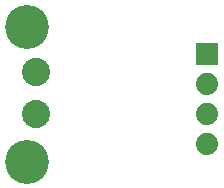
<source format=gbr>
G04 EAGLE Gerber RS-274X export*
G75*
%MOMM*%
%FSLAX34Y34*%
%LPD*%
%INSoldermask Bottom*%
%IPPOS*%
%AMOC8*
5,1,8,0,0,1.08239X$1,22.5*%
G01*
%ADD10C,2.387600*%
%ADD11R,1.879600X1.879600*%
%ADD12C,1.879600*%
%ADD13C,3.719200*%


D10*
X33020Y65820D03*
X33020Y100820D03*
D11*
X177800Y116840D03*
D12*
X177800Y91440D03*
X177800Y66040D03*
X177800Y40640D03*
D13*
X25400Y139700D03*
X25400Y25400D03*
M02*

</source>
